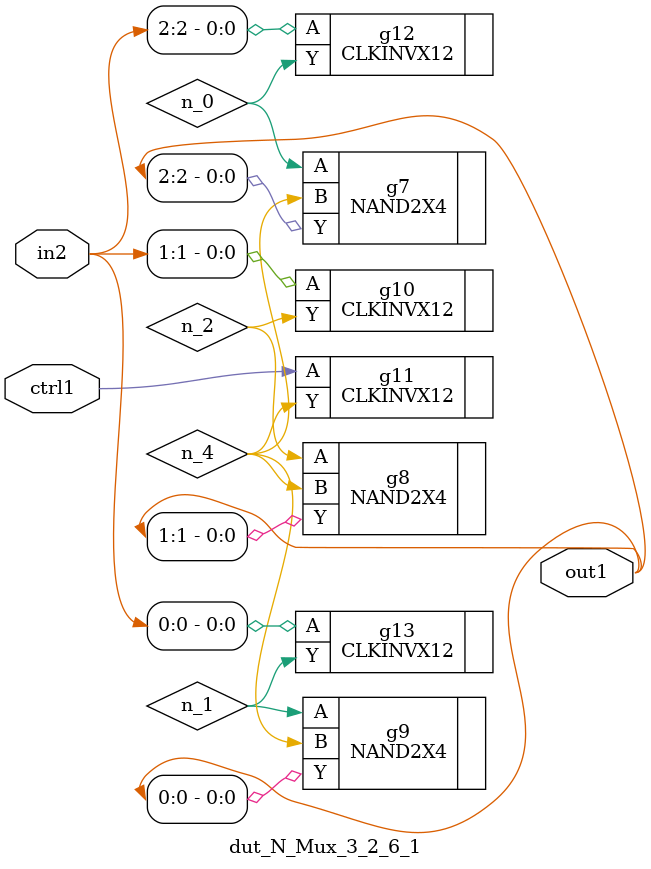
<source format=v>
`timescale 1ps / 1ps


module dut_N_Mux_3_2_6_1(in2, ctrl1, out1);
  input [2:0] in2;
  input ctrl1;
  output [2:0] out1;
  wire [2:0] in2;
  wire ctrl1;
  wire [2:0] out1;
  wire n_0, n_1, n_2, n_4;
  NAND2X4 g7(.A (n_0), .B (n_4), .Y (out1[2]));
  NAND2X4 g8(.A (n_2), .B (n_4), .Y (out1[1]));
  NAND2X4 g9(.A (n_1), .B (n_4), .Y (out1[0]));
  CLKINVX12 g10(.A (in2[1]), .Y (n_2));
  CLKINVX12 g13(.A (in2[0]), .Y (n_1));
  CLKINVX12 g12(.A (in2[2]), .Y (n_0));
  CLKINVX12 g11(.A (ctrl1), .Y (n_4));
endmodule



</source>
